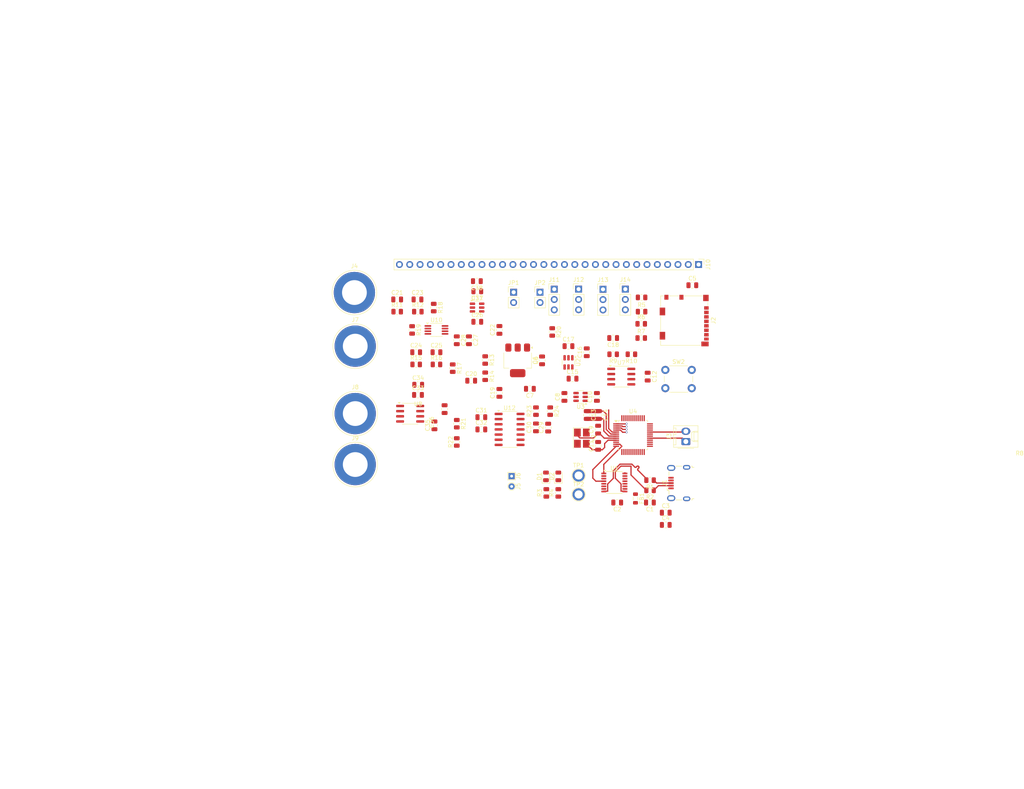
<source format=kicad_pcb>
(kicad_pcb (version 20240108) (generator "pcbnew") (generator_version "8.0")
  (layers (0 "F.Cu" signal) (31 "B.Cu" signal) (34 "B.Paste" user) (35 "F.Paste" user) (36 "B.SilkS" user "B.Silkscreen") (37 "F.SilkS" user "F.Silkscreen") (38 "B.Mask" user) (39 "F.Mask" user) (44 "Edge.Cuts" user))
  (net 0 "")
  (net 1 "Earth")
  (net 2 "Net-(J1-VBUS)")
  (net 3 "/USB to UART/USB_3V3")
  (net 4 "Net-(J1-D+)")
  (net 5 "Net-(J1-D-)")
  (net 6 "+3.3V")
  (net 7 "/Power/Rsense-")
  (net 8 "/Micrcontroller STM32C0/OSC_IN")
  (net 9 "/Micrcontroller STM32C0/3.3V_Ref")
  (net 10 "/Micrcontroller STM32C0/OSC_OUT")
  (net 11 "/Micrcontroller STM32C0/NRST")
  (net 12 "Net-(U2-C1+)")
  (net 13 "Net-(U2-C1-)")
  (net 14 "Net-(U2-VOUT)")
  (net 15 "-3V3")
  (net 16 "Net-(C19-Pad1)")
  (net 17 "/Micrcontroller STM32C0/Volt_meas")
  (net 18 "Net-(U12A-+)")
  (net 19 "Net-(J4-Pin_1)")
  (net 20 "Net-(C21-Pad2)")
  (net 21 "Net-(U10--)")
  (net 22 "Net-(C24-Pad2)")
  (net 23 "Net-(J7-Pin_1)")
  (net 24 "Net-(U10-+)")
  (net 25 "Net-(U8-FILTER)")
  (net 26 "Net-(U12B-+)")
  (net 27 "Net-(D1-K)")
  (net 28 "Net-(D2-K)")
  (net 29 "VBUS")
  (net 37 "/SD_CARD/SPI_Clk_SD")
  (net 38 "/SD_CARD/SPI_Mosi_SD")
  (net 40 "/SD_CARD/SPI_Cs_SD")
  (net 41 "/SD_CARD/SPI_Miso_SD")
  (net 42 "/Micrcontroller STM32C0/I2C1_SCL")
  (net 43 "/Micrcontroller STM32C0/I2C1_SDA")
  (net 44 "Net-(J6-Pin_1)")
  (net 45 "Net-(J8-Pin_1)")
  (net 46 "Net-(J9-Pin_1)")
  (net 47 "/Connectors/PF3")
  (net 48 "/Connectors/PB1")
  (net 49 "/Connectors/PD2")
  (net 50 "/Connectors/PB12")
  (net 51 "/Connectors/PA13")
  (net 52 "/Connectors/PD1")
  (net 53 "/Connectors/PA12{slash}PA10")
  (net 55 "/Connectors/PC6")
  (net 56 "/Connectors/PC14")
  (net 57 "/Connectors/PD3")
  (net 58 "/Connectors/PB15")
  (net 59 "/Micrcontroller STM32C0/UART2_Rx")
  (net 60 "/Connectors/PA14")
  (net 61 "/Micrcontroller STM32C0/UART2_Tx")
  (net 62 "/Connectors/PB11")
  (net 63 "/Connectors/PC15")
  (net 64 "/Connectors/PB14")
  (net 65 "/Connectors/PC13")
  (net 66 "/Connectors/PA7")
  (net 67 "/Connectors/PD0")
  (net 68 "/Connectors/PC7")
  (net 69 "/Connectors/PB7")
  (net 70 "/Connectors/PA11{slash}PA9")
  (net 71 "/Connectors/PB2")
  (net 72 "/Connectors/PB8")
  (net 73 "/Connectors/PB10")
  (net 74 "/Connectors/PB9")
  (net 75 "/Connectors/PB13")
  (net 76 "/Connectors/PB6")
  (net 77 "/SD_CARD/SPI_Cs_Break")
  (net 78 "/Micrcontroller STM32C0/SPI_Cs")
  (net 79 "/SD_CARD/SPI_Mosi_Break")
  (net 80 "/Micrcontroller STM32C0/SPI_Mosi")
  (net 81 "/SD_CARD/SPI_Clk_Break")
  (net 82 "/Micrcontroller STM32C0/SPI_Clk")
  (net 83 "/Micrcontroller STM32C0/SPI_Miso")
  (net 84 "/SD_CARD/SPI_Miso_Break")
  (net 85 "/Power/Rsense+")
  (net 86 "/USB to UART/USBD+")
  (net 87 "/USB to UART/USBD-")
  (net 88 "Net-(U1-CBUS1)")
  (net 89 "Net-(U1-CBUS2)")
  (net 90 "Net-(U7-ADJ)")
  (net 91 "Net-(R11-Pad2)")
  (net 92 "Net-(R13-Pad1)")
  (net 93 "Net-(R15-Pad2)")
  (net 94 "Net-(R19-Pad1)")
  (net 95 "Net-(R19-Pad2)")
  (net 96 "Net-(U12C-+)")
  (net 97 "Net-(U12D--)")
  (net 98 "/Micrcontroller STM32C0/-3V3_Supply")
  (net 99 "Net-(U1-~{RTS})")
  (net 100 "Net-(U1-~{CTS})")
  (net 102 "unconnected-(U1-CBUS3-Pad16)")
  (net 103 "/Micrcontroller STM32C0/UART1_Rx")
  (net 104 "/Micrcontroller STM32C0/UART1_Tx")
  (net 105 "/Micrcontroller STM32C0/+3V3_Meas")
  (net 106 "/Micrcontroller STM32C0/Curr_meas")
  (net 107 "/Micrcontroller STM32C0/i_Supply")
  (footprint "Connector_PinHeader_2.54mm:PinHeader_1x03_P2.54mm_Vertical" (layer "F.Cu") (at 148 62.46)
    (property "Reference" "J12")
    (property "Value" "Conn_01x03_Pin")
  )
  (footprint "Resistor_SMD:R_0805_2012Metric" (layer "F.Cu") (at 163.5 64.5)
    (property "Reference" "R8")
    (property "Value" "4.7k")
  )
  (footprint "Package_SO:SOIC-8_3.9x4.9mm_P1.27mm" (layer "F.Cu") (at 106.525 93.135)
    (property "Reference" "U8")
    (property "Value" "ACS725xLCTR-10AU")
  )
  (footprint "TestPoint:TestPoint_Plated_Hole_D2.0mm" (layer "F.Cu") (at 148 113)
    (property "Reference" "TP2")
    (property "Value" "TestPoint")
  )
  (footprint "Capacitor_SMD:C_0805_2012Metric" (layer "F.Cu") (at 108.325 65)
    (property "Reference" "C23")
    (property "Value" "10 pF")
  )
  (footprint "Capacitor_SMD:C_0805_2012Metric" (layer "F.Cu") (at 124.05 97)
    (property "Reference" "C32")
    (property "Value" "0.1 uF")
  )
  (footprint "Resistor_SMD:R_0805_2012Metric" (layer "F.Cu") (at 143 112.625 90)
    (property "Reference" "R4")
    (property "Value" "470")
  )
  (footprint "Resistor_SMD:R_0805_2012Metric" (layer "F.Cu") (at 107 72.5 -90)
    (property "Reference" "R19")
    (property "Value" "16k")
  )
  (footprint "Resistor_SMD:R_0805_2012Metric" (layer "F.Cu") (at 163.5 68)
    (property "Reference" "R5")
    (property "Value" "4.7k")
  )
  (footprint "Capacitor_SMD:C_0805_2012Metric" (layer "F.Cu") (at 112.5 96 90)
    (property "Reference" "C35")
    (property "Value" "1 nF")
  )
  (footprint "LED_SMD:LED_0805_2012Metric" (layer "F.Cu") (at 139.96 108.5625 90)
    (property "Reference" "D1")
    (property "Value" "LED")
  )
  (footprint "Package_TO_SOT_SMD:SOT-23-6" (layer "F.Cu") (at 148.5 89 180)
    (property "Reference" "U3")
    (property "Value" "MCP1501-33xCH")
  )
  (footprint "Capacitor_SMD:C_0805_2012Metric" (layer "F.Cu") (at 152.8 97.05 90)
    (property "Reference" "C9")
    (property "Value" "24 pF")
  )
  (footprint "Package_SO:SSOP-16_3.9x4.9mm_P0.635mm" (layer "F.Cu") (at 156.8 110.065)
    (property "Reference" "U1")
    (property "Value" "FT230XS")
  )
  (footprint "Capacitor_SMD:C_0805_2012Metric" (layer "F.Cu") (at 156.5 74.5 180)
    (property "Reference" "C18")
    (property "Value" "10 uF")
  )
  (footprint "Capacitor_SMD:C_0805_2012Metric" (layer "F.Cu") (at 157.5 115 180)
    (property "Reference" "C2")
    (property "Value" "4.7 uF")
  )
  (footprint "Connector_Card:microSD_HC_Molex_104031-0811" (layer "F.Cu") (at 174.0125 70.2 -90)
    (property "Reference" "J2")
    (property "Value" "Micro_SD_Card")
  )
  (footprint "Capacitor_SMD:C_0805_2012Metric" (layer "F.Cu") (at 128.5 88 90)
    (property "Reference" "C19")
    (property "Value" "0.1 uF")
  )
  (footprint "Capacitor_SMD:C_0805_2012Metric" (layer "F.Cu") (at 152.5 89 90)
    (property "Reference" "C10")
    (property "Value" "4.7 uF")
  )
  (footprint "Resistor_SMD:R_0805_2012Metric" (layer "F.Cu") (at 118 95.5875 -90)
    (property "Reference" "R21")
    (property "Value" "100k")
  )
  (footprint "Capacitor_SMD:C_0805_2012Metric" (layer "F.Cu") (at 108 78)
    (property "Reference" "C24")
    (property "Value" "10 pF")
  )
  (footprint "Capacitor_SMD:C_0805_2012Metric" (layer "F.Cu") (at 144.5 89 90)
    (property "Reference" "C8")
    (property "Value" "4.7 uF")
  )
  (footprint "Resistor_SMD:R_0805_2012Metric" (layer "F.Cu") (at 103.325 68)
    (property "Reference" "R11")
    (property "Value" "500")
  )
  (footprint "Capacitor_SMD:C_0805_2012Metric" (layer "F.Cu") (at 108.45 88.5)
    (property "Reference" "C33")
    (property "Value" "4.7 uF")
  )
  (footprint "Package_SO:SOIC-8_3.9x4.9mm_P1.27mm" (layer "F.Cu") (at 158.5 84)
    (property "Reference" "U7")
    (property "Value" "LM337L_SO8")
  )
  (footprint "Connector_USB:USB_Micro-B_Wuerth_629105150521" (layer "F.Cu") (at 172.645 110.205 90)
    (property "Reference" "J1")
    (property "Value" "USB_B_Micro")
  )
  (footprint "Capacitor_SMD:C_0805_2012Metric" (layer "F.Cu") (at 124.05 93.99)
    (property "Reference" "C31")
    (property "Value" "4.7 uF")
  )
  (footprint "TestPoint:TestPoint_THTPad_D1.5mm_Drill0.7mm" (layer "F.Cu") (at 131.5 111.04 -90)
    (property "Reference" "J5")
    (property "Value" "Conn_01x01_Pin")
  )
  (footprint "Resistor_SMD:R_0805_2012Metric" (layer "F.Cu") (at 125 83.9125 -90)
    (property "Reference" "R14")
    (property "Value" "18k")
  )
  (footprint "Capacitor_SMD:C_0805_2012Metric" (layer "F.Cu") (at 123.05 70.5)
    (property "Reference" "C26")
    (property "Value" "0.1 uF")
  )
  (footprint "Capacitor_SMD:C_0805_2012Metric" (layer "F.Cu") (at 169.45 117.5)
    (property "Reference" "C3")
    (property "Value" "47 pF")
  )
  (footprint "Connector_PinHeader_2.54mm:PinHeader_1x03_P2.54mm_Vertical" (layer "F.Cu") (at 154 62.5)
    (property "Reference" "J13")
    (property "Value" "Conn_01x03_Pin")
  )
  (footprint "Resistor_SMD:R_0805_2012Metric" (layer "F.Cu") (at 141 92.5 -90)
    (property "Reference" "R24")
    (property "Value" "100k")
  )
  (footprint "Resistor_SMD:R_0805_2012Metric" (layer "F.Cu") (at 161 78.5 180)
    (property "Reference" "R10")
    (property "Value" "400")
  )
  (footprint "Package_TO_SOT_SMD:SOT-23-6" (layer "F.Cu") (at 145.5 80.5 -90)
    (property "Reference" "U2")
    (property "Value" "LM2776")
  )
  (footprint "Connector_Molex:Molex_KK-254_AE-6410-02A_1x02_P2.54mm_Vertical" (layer "F.Cu") (at 174.4 100 90)
    (property "Reference" "J3")
    (property "Value" "Conn_01x02_Socket")
  )
  (footprint "Resistor_SMD:R_0805_2012Metric" (layer "F.Cu") (at 165.5875 112 180)
    (property "Reference" "R2")
    (property "Value" "27 ")
  )
  (footprint "Resistor_SMD:R_0805_2012Metric" (layer "F.Cu") (at 117 81.9125 -90)
    (property "Reference" "R17")
    (property "Value" "200")
  )
  (footprint "Package_SO:MSOP-8_3x3mm_P0.65mm" (layer "F.Cu") (at 113 72.5)
    (property "Reference" "U10")
    (property "Value" "AD8236ARMZ")
  )
  (footprint "Package_TO_SOT_SMD:SOT-223-3_TabPin2" (layer "F.Cu") (at 133 80 -90)
    (property "Reference" "U6")
    (property "Value" "LM1117MP-3.3")
  )
  (footprint "Capacitor_SMD:C_0805_2012Metric" (layer "F.Cu") (at 140.5 96.55 90)
    (property "Reference" "C29")
    (property "Value" "4.7 uF")
  )
  (footprint "Capacitor_SMD:C_0805_2012Metric" (layer "F.Cu") (at 169.45 120.51)
    (property "Reference" "C4")
    (property "Value" "47 pF")
  )
  (footprint "Capacitor_SMD:C_0805_2012Metric" (layer "F.Cu") (at 121 75.05 -90)
    (property "Reference" "C27")
    (property "Value" "4.7 uF")
  )
  (footprint "Capacitor_SMD:C_0805_2012Metric" (layer "F.Cu") (at 108.5 86)
    (property "Reference" "C34")
    (property "Value" "0.1 uF")
  )
  (footprint "Capacitor_SMD:C_0805_2012Metric" (layer "F.Cu") (at 139 80 90)
    (property "Reference" "C6")
    (property "Value" "10 uF")
  )
  (footprint "Capacitor_SMD:C_0805_2012Metric" (layer "F.Cu") (at 123.05 63 180)
    (property "Reference" "C37")
    (property "Value" "0.1 nF")
  )
  (footprint "Capacitor_SMD:C_0805_2012Metric" (layer "F.Cu") (at 146.5 84.5)
    (property "Reference" "C15")
    (property "Value" "10 uF")
  )
  (footprint "Resistor_SMD:R_0805_2012Metric" (layer "F.Cu") (at 140.05 112.625 90)
    (property "Reference" "R3")
    (property "Value" "470")
  )
  (footprint "Capacitor_SMD:C_0805_2012Metric" (layer "F.Cu") (at 165.55 115 180)
    (property "Reference" "C1")
    (property "Value" "4.7 pF")
  )
  (footprint "Resistor_SMD:R_0805_2012Metric" (layer "F.Cu") (at 165.5875 109.5 180)
    (property "Reference" "R1")
    (property "Value" "27")
  )
  (footprint "Capacitor_SMD:C_0805_2012Metric" (layer "F.Cu") (at 176 61.5)
    (property "Reference" "C5")
    (property "Value" "100 nF")
  )
  (footprint "Capacitor_SMD:C_0805_2012Metric" (layer "F.Cu") (at 150 93.45 -90)
    (property "Reference" "C13")
    (property "Value" "100 nF")
  )
  (footprint "Connector_PinHeader_2.54mm:PinHeader_1x03_P2.54mm_Vertical" (layer "F.Cu") (at 159.5 62.46)
    (property "Reference" "J14")
    (property "Value" "Conn_01x03_Pin")
  )
  (footprint "Capacitor_SMD:C_0805_2012Metric" (layer "F.Cu") (at 136 87 180)
    (property "Reference" "C7")
    (property "Value" "4.7 uF")
  )
  (footprint "Resistor_SMD:R_0805_2012Metric" (layer "F.Cu") (at 118 100.0875 90)
    (property "Reference" "R22")
    (property "Value" "100k")
  )
  (footprint "Resistor_SMD:R_0805_2012Metric" (layer "F.Cu") (at 163.4125 71)
    (property "Reference" "R6")
    (property "Value" "4.7k")
  )
  (footprint "Connector_PinHeader_2.54mm:PinHeader_1x03_P2.54mm_Vertical" (layer "F.Cu") (at 142 62.475)
    (property "Reference" "J11")
    (property "Value" "Conn_01x03_Pin")
  )
  (footprint "LED_SMD:LED_0805_2012Metric" (layer "F.Cu") (at 143 108.5625 90)
    (property "Reference" "D2")
    (property "Value" "LED")
  )
  (footprint "Button_Switch_THT:SW_PUSH_6mm" (layer "F.Cu") (at 169.35 82.35)
    (property "Reference" "SW2")
    (property "Value" "SW_Push")
  )
  (footprint "Package_TO_SOT_SMD:SOT-23-6" (layer "F.Cu") (at 123 67)
    (property "Reference" "U11")
    (property "Value" "LMP8640")
  )
  (footprint "STM32_Play_Board:SOIC-14_3.9x8.7mm_P1.27mm_STM32_Play" (layer "F.Cu") (at 131 97)
    (property "Reference" "U12")
    (property "Value" "LMV324")
  )
  (footprint "Connector_PinHeader_2.54mm:PinHeader_1x30_P2.54mm_Vertical" (layer "F.Cu") (at 177.54 56.4 -90)
    (property "Reference" "J10")
    (property "Value" "Conn_01x30_Pin")
  )
  (footprint "Inductor_SMD:L_0805_2012Metric" (layer "F.Cu") (at 162 114 -90)
    (property "Reference" "FB1")
    (property "Value" "FerriteBead")
  )
  (footprint "Package_QFP:LQFP-48_7x7mm_P0.5mm" (layer "F.Cu") (at 161.4 98.4)
    (property "Reference" "U4")
    (property "Value" "STM32C031C6T6")
  )
  (footprint "Resistor_SMD:R_0805_2012Metric" (layer "F.Cu") (at 108.4125 68)
    (property "Reference" "R12")
    (property "Value" "500")
  )
  (footprint "Connector_PinHeader_2.54mm:PinHeader_1x02_P2.54mm_Vertical" (layer "F.Cu") (at 132 63.225)
    (property "Reference" "JP1")
    (property "Value" "Jumper_2_Open")
  )
  (footprint "Resistor_SMD:R_0805_2012Metric" (layer "F.Cu") (at 112.325 67 -90)
    (property "Reference" "R18")
    (property "Value" "200")
  )
  (footprint "Capacitor_SMD:C_0805_2012Metric" (layer "F.Cu") (at 121.55 85)
    (property "Reference" "C20")
    (property "Value" "0.047 uF")
  )
  (footprint "Capacitor_SMD:C_0805_2012Metric" (layer "F.Cu") (at 122.95 60.5 180)
    (property "Reference" "C38")
    (property "Value" "4.7 uF")
  )
  (footprint "Oscillator:Oscillator_SMD_Abracon_ASE-4Pin_3.2x2.5mm_HandSoldering" (layer "F.Cu") (at 148.8 99.15 -90)
    (property "Reference" "Y2")
    (property "Value" "16 MHz Crystal")
  )
  (footprint "Resistor_SMD:R_0805_2012Metric" (layer "F.Cu") (at 108 81)
    (property "Reference" "R15")
    (property "Value" "500")
  )
  (footprint "Capacitor_SMD:C_0805_2012Metric" (layer "F.Cu") (at 137.5 96.5 90)
    (property "Reference" "C30")
    (property "Value" "0.1 uF")
  )
  (footprint "Connector:Banana_Jack_1Pin" (layer "F.Cu") (at 92.8 63.3)
    (property "Reference" "J4")
    (property "Value" "Conn_01x01_Pin")
  )
  (footprint "Connector:Banana_Jack_1Pin" (layer "F.Cu") (at 93 93.1)
    (property "Reference" "J8")
    (property "Value" "Conn_01x01_Pin")
  )
  (footprint "Capacitor_SMD:C_0805_2012Metric" (layer "F.Cu") (at 165 84 -90)
    (property "Reference" "C12")
    (property "Value" "4.7 uF")
  )
  (footprint "Connector:Banana_Jack_1Pin" (layer "F.Cu") (at 93 76.5)
    (property "Reference" "J7")
    (property "Value" "Conn_01x01_Pin")
  )
  (footprint "Capacitor_SMD:C_0805_2012Metric" (layer "F.Cu") (at 118 75.05 -90)
    (property "Reference" "C28")
    (property "Value" "0.1 uF")
  )
  (footprint "Capacitor_SMD:C_0805_2012Metric" (layer "F.Cu") (at 103.325 65)
    (property "Reference" "C21")
    (property "Value" "10 pF")
  )
  (footprint "TestPoint:TestPoint_Plated_Hole_D2.0mm" (layer "F.Cu") (at 148 108.35)
    (property "Reference" "TP1")
    (property "Value" "TestPoint")
  )
  (footprint "Resistor_SMD:R_0805_2012Metric" (layer "F.Cu") (at 137.5 92.5 90)
    (property "Reference" "R23")
    (property "Value" "200k")
  )
  (footprint "Capacitor_SMD:C_0805_2012Metric" (layer "F.Cu") (at 150 78 90)
    (property "Reference" "C16")
    (property "Value" "10 uF")
  )
  (footprint "Capacitor_SMD:C_0805_2012Metric" (layer "F.Cu") (at 145.5 76.5)
    (property "Reference" "C17")
    (property "Value" "1 uF")
  )
  (footprint "Resistor_SMD:R_0805_2012Metric" (layer "F.Cu") (at 125 79.9125 -90)
    (property "Reference" "R13")
    (property "Value" "30k")
  )
  (footprint "Resistor_SMD:R_0805_2012Metric" (layer "F.Cu") (at 141.5 73 -90)
    (property "Reference" "R20")
    (property "Value" "10m")
  )
  (footprint "Connector_PinHeader_2.54mm:PinHeader_1x02_P2.54mm_Vertical" (layer "F.Cu") (at 138.5 63.225)
    (property "Reference" "JP2")
    (property "Value" "Jumper_2_Open")
  )
  (footprint "Resistor_SMD:R_0805_2012Metric" (layer "F.Cu") (at 163.4125 74.5)
    (property "Reference" "R7")
    (property "Value" "4.7k")
  )
  (footprint "Resistor_SMD:R_0805_2012Metric" (layer "F.Cu") (at 113 81)
    (property "Reference" "R16")
    (property "Value" "500")
  )
  (footprint "Capacitor_SMD:C_0805_2012Metric" (layer "F.Cu") (at 152.8 101.05 90)
    (property "Reference" "C11")
    (property "Value" "24 pF")
  )
  (footprint "Capacitor_SMD:C_0805_2012Metric" (layer "F.Cu") (at 128.5 72.5 90)
    (property "Reference" "C22")
    (property "Value" "4.7 uF")
  )
  (footprint "Resistor_SMD:R_0805_2012Metric" (layer "F.Cu") (at 156.5 78.5 180)
    (property "Reference" "R9")
    (property "Value" "240")
  )
  (footprint "Capacitor_SMD:C_0805_2012Metric" (layer "F.Cu") (at 153 93.45 -90)
    (property "Reference" "C14")
    (property "Value" "4.7 uF")
  )
  (footprint "TestPoint:TestPoint_THTPad_1.5x1.5mm_Drill0.7mm" (layer "F.Cu") (at 131.5 108.5 -90)
    (property "Reference" "J6")
    (property "Value" "Conn_01x01_Pin")
  )
  (footprint "Capacitor_SMD:C_0805_2012Metric" (layer "F.Cu") (at 113 78)
    (property "Reference" "C25")
    (property "Value" "10 pF")
  )
  (footprint "Connector:Banana_Jack_1Pin" (layer "F.Cu") (at 93 105.65)
    (property "Reference" "J9")
    (property "Value" "Conn_01x01_Pin")
  )
  (footprint "Capacitor_SMD:C_0805_2012Metric" (layer "F.Cu") (at 115 92 90)
    (property "Reference" "C36")
    (property "Value" "4.7 uF")
  )
  (segment (start 155.45 98.65) (end 154.2 97.4) (width 0.3) (layer "F.Cu") (net 1))
  (segment (start 154 94.4) (end 153 94.4) (width 0.3) (layer "F.Cu") (net 1))
  (segment (start 154.2 94.6) (end 154 94.4) (width 0.3) (layer "F.Cu") (net 1))
  (segment (start 153 94.4) (end 150 94.4) (width 1) (layer "F.Cu") (net 1))
  (segment (start 154.2 97.4) (end 154.2 94.6) (width 0.3) (layer "F.Cu") (net 1))
  (segment (start 157.2375 98.65) (end 155.45 98.65) (width 0.3) (layer "F.Cu") (net 1))
  (segment (start 166.5 109.5) (end 167.205 110.205) (width 0.3) (layer "F.Cu") (net 4))
  (segment (start 167.205 110.205) (end 170.745 110.205) (width 0.3) (layer "F.Cu") (net 4))
  (segment (start 166.5 112) (end 167.645 110.855) (width 0.3) (layer "F.Cu") (net 5))
  (segment (start 167.645 110.855) (end 170.745 110.855) (width 0.3) (layer "F.Cu") (net 5))
  (segment (start 154.8 97) (end 154.8 93.2) (width 0.3) (layer "F.Cu") (net 6))
  (segment (start 155.95 98.15) (end 154.8 97) (width 0.3) (layer "F.Cu") (net 6))
  (segment (start 154.8 93.2) (end 154.1 92.5) (width 0.3) (layer "F.Cu") (net 6))
  (segment (start 154.1 92.5) (end 153 92.5) (width 0.3) (layer "F.Cu") (net 6))
  (segment (start 153 92.5) (end 150 92.5) (width 1) (layer "F.Cu") (net 6))
  (segment (start 157.2375 98.15) (end 155.95 98.15) (width 0.3) (layer "F.Cu") (net 6))
  (segment (start 147.7 98.5) (end 147.7 97.775) (width 0.3) (layer "F.Cu") (net 8))
  (segment (start 152.8 98) (end 151.7 99.1) (width 0.3) (layer "F.Cu") (net 8))
  (segment (start 154.3 99.15) (end 153.15 98) (width 0.3) (layer "F.Cu") (net 8))
  (segment (start 157.2375 99.15) (end 154.3 99.15) (width 0.3) (layer "F.Cu") (net 8))
  (segment (start 151.7 99.1) (end 148.3 99.1) (width 0.3) (layer "F.Cu") (net 8))
  (segment (start 148.3 99.1) (end 147.7 98.5) (width 0.3) (layer "F.Cu") (net 8))
  (segment (start 153.15 98) (end 152.8 98) (width 0.3) (layer "F.Cu") (net 8))
  (segment (start 157.2375 97.65) (end 156.25 97.65) (width 0.3) (layer "F.Cu") (net 9))
  (segment (start 156.25 97.65) (end 155.4 96.8) (width 0.3) (layer "F.Cu") (net 9))
  (segment (start 155.4 96.8) (end 155.4 92.2) (width 0.3) (layer "F.Cu") (net 9))
  (segment (start 153.84688 102) (end 152.8 102) (width 0.3) (layer "F.Cu") (net 10))
  (segment (start 154.4 100.5) (end 154.4 101.44688) (width 0.3) (layer "F.Cu") (net 10))
  (segment (start 152.8 102) (end 151.375 102) (width 0.3) (layer "F.Cu") (net 10))
  (segment (start 151.375 102) (end 149.9 100.525) (width 0.3) (layer "F.Cu") (net 10))
  (segment (start 155.25 99.65) (end 154.4 100.5) (width 0.3) (layer "F.Cu") (net 10))
  (segment (start 154.4 101.44688) (end 153.84688 102) (width 0.3) (layer "F.Cu") (net 10))
  (segment (start 157.2375 99.65) (end 155.25 99.65) (width 0.3) (layer "F.Cu") (net 10))
  (segment (start 173.55 99.15) (end 174.4 100) (width 0.3) (layer "F.Cu") (net 42))
  (segment (start 165.5625 99.15) (end 173.55 99.15) (width 0.3) (layer "F.Cu") (net 42))
  (segment (start 174.21 97.65) (end 174.4 97.46) (width 0.3) (layer "F.Cu") (net 43))
  (segment (start 165.5625 97.65) (end 174.21 97.65) (width 0.3) (layer "F.Cu") (net 43))
  (segment (start 158.287258 97.15) (end 158.837261 97.700003) (width 0.3) (layer "F.Cu") (net 47))
  (segment (start 158.837261 97.700003) (end 159.8 97.700003) (width 0.3) (layer "F.Cu") (net 47))
  (segment (start 157.2375 97.15) (end 158.287258 97.15) (width 0.3) (layer "F.Cu") (net 47))
  (via (at 159.8 97.700003) (size 0.5) (drill 0.3) (layers "F.Cu" "B.Cu") (net 47))
  (segment (start 158.701471 96.15) (end 157.2375 96.15) (width 0.3) (layer "F.Cu") (net 56))
  (segment (start 159.8 96.300003) (end 158.851474 96.300003) (width 0.3) (layer "F.Cu") (net 56))
  (segment (start 158.851474 96.300003) (end 158.701471 96.15) (width 0.3) (layer "F.Cu") (net 56))
  (via (at 159.8 96.300003) (size 0.5) (drill 0.3) (layers "F.Cu" "B.Cu") (net 56))
  (segment (start 158.494364 96.65) (end 158.844364 97) (width 0.3) (layer "F.Cu") (net 63))
  (segment (start 157.2375 96.65) (end 158.494364 96.65) (width 0.3) (layer "F.Cu") (net 63))
  (segment (start 158.844364 97) (end 159.8 97) (width 0.3) (layer "F.Cu") (net 63))
  (via (at 159.8 97) (size 0.5) (drill 0.3) (layers "F.Cu" "B.Cu") (net 63))
  (segment (start 159.75 95.65) (end 157.2375 95.65) (width 0.3) (layer "F.Cu") (net 65))
  (segment (start 159.8 95.6) (end 159.75 95.65) (width 0.3) (layer "F.Cu") (net 65))
  (via (at 159.8 95.6) (size 0.5) (drill 0.3) (layers "F.Cu" "B.Cu") (net 65))
  (segment (start 162.59805 107.040944) (end 162.682904 107.125797) (width 0.3) (layer "F.Cu") (net 86))
  (segment (start 162.682904 107.125797) (end 163.028554 107.471447) (width 0.3) (layer "F.Cu") (net 86))
  (segment (start 155.15 112.2025) (end 155.15 110.437499) (width 0.3) (layer "F.Cu") (net 86))
  (segment (start 162.797584 106.502) (end 162.598049 106.701532) (width 0.3) (layer "F.Cu") (net 86))
  (segment (start 158.196446 105.55) (end 161.107107 105.55) (width 0.3) (layer "F.Cu") (net 86))
  (segment (start 155.15 110.437499) (end 156.55 109.037499) (width 0.3) (layer "F.Cu") (net 86))
  (segment (start 154.2 112.2025) (end 155.15 112.2025) (width 0.3) (layer "F.Cu") (net 86))
  (segment (start 162.712732 106.077736) (end 162.797584 106.162588) (width 0.3) (layer "F.Cu") (net 86))
  (segment (start 162.173788 106.27727) (end 162.37332 106.077735) (width 0.3) (layer "F.Cu") (net 86))
  (segment (start 161.107107 105.55) (end 161.834376 106.277269) (width 0.3) (layer "F.Cu") (net 86))
  (segment (start 164.675 109.117893) (end 164.675 109.5) (width 0.3) (layer "F.Cu") (net 86))
  (segment (start 154.2 112.2875) (end 154.2 112.2025) (width 0.3) (layer "F.Cu") (net 86))
  (segment (start 156.55 109.037499) (end 156.55 107.196446) (width 0.3) (layer "F.Cu") (net 86))
  (segment (start 156.55 107.196446) (end 158.196446 105.55) (width 0.3) (layer "F.Cu") (net 86))
  (segment (start 163.028554 107.471447) (end 164.675 109.117893) (width 0.3) (layer "F.Cu") (net 86))
  (arc (start 162.598049 106.701532) (mid 162.527756 106.871238) (end 162.59805 107.040944) (width 0.3) (layer "F.Cu") (net 86))
  (arc (start 161.834376 106.277269) (mid 162.004082 106.347563) (end 162.173788 106.27727) (width 0.3) (layer "F.Cu") (net 86))
  (arc (start 162.797584 106.162588) (mid 162.867878 106.332293) (end 162.797584 106.502) (width 0.3) (layer "F.Cu") (net 86))
  (arc (start 162.37332 106.077735) (mid 162.543026 106.007442) (end 162.712732 106.077736) (width 0.3) (layer "F.Cu") (net 86))
  (segment (start 160.9 108.225) (end 164.675 112) (width 0.3) (layer "F.Cu") (net 87))
  (segment (start 160.9 106.05) (end 160.9 108.225) (width 0.3) (layer "F.Cu") (net 87))
  (segment (start 158.45 110.437499) (end 157.05 109.037499) (width 0.3) (layer "F.Cu") (net 87))
  (segment (start 157.05 109.037499) (end 157.05 107.403554) (width 0.3) (layer "F.Cu") (net 87))
  (segment (start 159.4 112.2025) (end 158.45 112.2025) (width 0.3) (layer "F.Cu") (net 87))
  (segment (start 158.45 112.2025) (end 158.45 110.437499) (width 0.3) (layer "F.Cu") (net 87))
  (segment (start 157.05 107.403554) (end 158.403554 106.05) (width 0.3) (layer "F.Cu") (net 87))
  (segment (start 158.403554 106.05) (end 160.9 106.05) (width 0.3) (layer "F.Cu") (net 87))
  (segment (start 159.4 112.2875) (end 159.4 112.2025) (width 0.3) (layer "F.Cu") (net 87))
  (segment (start 159.4 107.5775) (end 159.4 107.7125) (width 0.2) (layer "F.Cu") (net 102))
  (segment (start 151.5 106.8875) (end 151.5 109) (width 0.3) (layer "F.Cu") (net 103))
  (segment (start 157.2375 101.15) (end 151.5 106.8875) (width 0.3) (layer "F.Cu") (net 103))
  (segment (start 152.2475 109.7475) (end 154.2 109.7475) (width 0.3) (layer "F.Cu") (net 103))
  (segment (start 151.5 109) (end 152.2475 109.7475) (width 0.3) (layer "F.Cu") (net 103))
  (segment (start 158.6 101.1) (end 158.6 101.2) (width 0.3) (layer "F.Cu") (net 104))
  (segment (start 158.6 101.2) (end 154.2 105.6) (width 0.3) (layer "F.Cu") (net 104))
  (segment (start 154.2 107.5775) (end 154.2 107.7125) (width 0.2) (layer "F.Cu") (net 104))
  (segment (start 157.2375 100.65) (end 158.15 100.65) (width 0.3) (layer "F.Cu") (net 104))
  (segment (start 158.15 100.65) (end 158.6 101.1) (width 0.3) (layer "F.Cu") (net 104))
  (segment (start 154.2 105.6) (end 154.2 107.8425) (width 0.3) (layer "F.Cu") (net 104))
)
</source>
